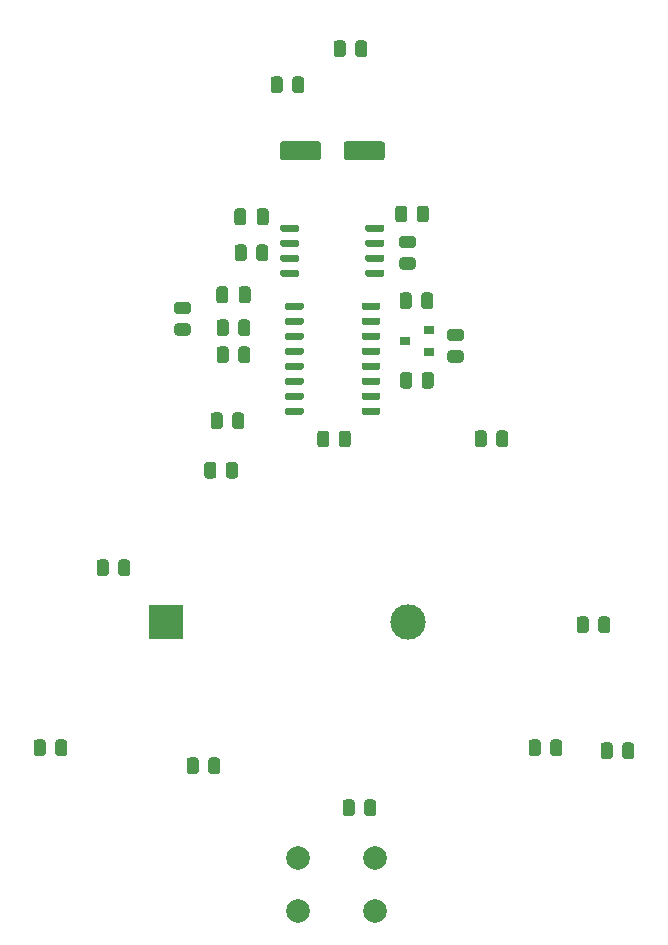
<source format=gbr>
%TF.GenerationSoftware,KiCad,Pcbnew,(5.1.10-1-10_14)*%
%TF.CreationDate,2021-11-29T00:45:18-05:00*%
%TF.ProjectId,christmas-ornament-pcb,63687269-7374-46d6-9173-2d6f726e616d,rev?*%
%TF.SameCoordinates,Original*%
%TF.FileFunction,Soldermask,Bot*%
%TF.FilePolarity,Negative*%
%FSLAX46Y46*%
G04 Gerber Fmt 4.6, Leading zero omitted, Abs format (unit mm)*
G04 Created by KiCad (PCBNEW (5.1.10-1-10_14)) date 2021-11-29 00:45:18*
%MOMM*%
%LPD*%
G01*
G04 APERTURE LIST*
%ADD10R,3.000000X3.000000*%
%ADD11C,3.000000*%
%ADD12C,2.000000*%
%ADD13R,0.900000X0.800000*%
G04 APERTURE END LIST*
%TO.C,U1*%
G36*
G01*
X152650000Y-79085000D02*
X152650000Y-78785000D01*
G75*
G02*
X152800000Y-78635000I150000J0D01*
G01*
X154100000Y-78635000D01*
G75*
G02*
X154250000Y-78785000I0J-150000D01*
G01*
X154250000Y-79085000D01*
G75*
G02*
X154100000Y-79235000I-150000J0D01*
G01*
X152800000Y-79235000D01*
G75*
G02*
X152650000Y-79085000I0J150000D01*
G01*
G37*
G36*
G01*
X152650000Y-77815000D02*
X152650000Y-77515000D01*
G75*
G02*
X152800000Y-77365000I150000J0D01*
G01*
X154100000Y-77365000D01*
G75*
G02*
X154250000Y-77515000I0J-150000D01*
G01*
X154250000Y-77815000D01*
G75*
G02*
X154100000Y-77965000I-150000J0D01*
G01*
X152800000Y-77965000D01*
G75*
G02*
X152650000Y-77815000I0J150000D01*
G01*
G37*
G36*
G01*
X152650000Y-76545000D02*
X152650000Y-76245000D01*
G75*
G02*
X152800000Y-76095000I150000J0D01*
G01*
X154100000Y-76095000D01*
G75*
G02*
X154250000Y-76245000I0J-150000D01*
G01*
X154250000Y-76545000D01*
G75*
G02*
X154100000Y-76695000I-150000J0D01*
G01*
X152800000Y-76695000D01*
G75*
G02*
X152650000Y-76545000I0J150000D01*
G01*
G37*
G36*
G01*
X152650000Y-75275000D02*
X152650000Y-74975000D01*
G75*
G02*
X152800000Y-74825000I150000J0D01*
G01*
X154100000Y-74825000D01*
G75*
G02*
X154250000Y-74975000I0J-150000D01*
G01*
X154250000Y-75275000D01*
G75*
G02*
X154100000Y-75425000I-150000J0D01*
G01*
X152800000Y-75425000D01*
G75*
G02*
X152650000Y-75275000I0J150000D01*
G01*
G37*
G36*
G01*
X145450000Y-75275000D02*
X145450000Y-74975000D01*
G75*
G02*
X145600000Y-74825000I150000J0D01*
G01*
X146900000Y-74825000D01*
G75*
G02*
X147050000Y-74975000I0J-150000D01*
G01*
X147050000Y-75275000D01*
G75*
G02*
X146900000Y-75425000I-150000J0D01*
G01*
X145600000Y-75425000D01*
G75*
G02*
X145450000Y-75275000I0J150000D01*
G01*
G37*
G36*
G01*
X145450000Y-76545000D02*
X145450000Y-76245000D01*
G75*
G02*
X145600000Y-76095000I150000J0D01*
G01*
X146900000Y-76095000D01*
G75*
G02*
X147050000Y-76245000I0J-150000D01*
G01*
X147050000Y-76545000D01*
G75*
G02*
X146900000Y-76695000I-150000J0D01*
G01*
X145600000Y-76695000D01*
G75*
G02*
X145450000Y-76545000I0J150000D01*
G01*
G37*
G36*
G01*
X145450000Y-77815000D02*
X145450000Y-77515000D01*
G75*
G02*
X145600000Y-77365000I150000J0D01*
G01*
X146900000Y-77365000D01*
G75*
G02*
X147050000Y-77515000I0J-150000D01*
G01*
X147050000Y-77815000D01*
G75*
G02*
X146900000Y-77965000I-150000J0D01*
G01*
X145600000Y-77965000D01*
G75*
G02*
X145450000Y-77815000I0J150000D01*
G01*
G37*
G36*
G01*
X145450000Y-79085000D02*
X145450000Y-78785000D01*
G75*
G02*
X145600000Y-78635000I150000J0D01*
G01*
X146900000Y-78635000D01*
G75*
G02*
X147050000Y-78785000I0J-150000D01*
G01*
X147050000Y-79085000D01*
G75*
G02*
X146900000Y-79235000I-150000J0D01*
G01*
X145600000Y-79235000D01*
G75*
G02*
X145450000Y-79085000I0J150000D01*
G01*
G37*
%TD*%
%TO.C,U2*%
G36*
G01*
X147420000Y-81585000D02*
X147420000Y-81885000D01*
G75*
G02*
X147270000Y-82035000I-150000J0D01*
G01*
X145970000Y-82035000D01*
G75*
G02*
X145820000Y-81885000I0J150000D01*
G01*
X145820000Y-81585000D01*
G75*
G02*
X145970000Y-81435000I150000J0D01*
G01*
X147270000Y-81435000D01*
G75*
G02*
X147420000Y-81585000I0J-150000D01*
G01*
G37*
G36*
G01*
X147420000Y-82855000D02*
X147420000Y-83155000D01*
G75*
G02*
X147270000Y-83305000I-150000J0D01*
G01*
X145970000Y-83305000D01*
G75*
G02*
X145820000Y-83155000I0J150000D01*
G01*
X145820000Y-82855000D01*
G75*
G02*
X145970000Y-82705000I150000J0D01*
G01*
X147270000Y-82705000D01*
G75*
G02*
X147420000Y-82855000I0J-150000D01*
G01*
G37*
G36*
G01*
X147420000Y-84125000D02*
X147420000Y-84425000D01*
G75*
G02*
X147270000Y-84575000I-150000J0D01*
G01*
X145970000Y-84575000D01*
G75*
G02*
X145820000Y-84425000I0J150000D01*
G01*
X145820000Y-84125000D01*
G75*
G02*
X145970000Y-83975000I150000J0D01*
G01*
X147270000Y-83975000D01*
G75*
G02*
X147420000Y-84125000I0J-150000D01*
G01*
G37*
G36*
G01*
X147420000Y-85395000D02*
X147420000Y-85695000D01*
G75*
G02*
X147270000Y-85845000I-150000J0D01*
G01*
X145970000Y-85845000D01*
G75*
G02*
X145820000Y-85695000I0J150000D01*
G01*
X145820000Y-85395000D01*
G75*
G02*
X145970000Y-85245000I150000J0D01*
G01*
X147270000Y-85245000D01*
G75*
G02*
X147420000Y-85395000I0J-150000D01*
G01*
G37*
G36*
G01*
X147420000Y-86665000D02*
X147420000Y-86965000D01*
G75*
G02*
X147270000Y-87115000I-150000J0D01*
G01*
X145970000Y-87115000D01*
G75*
G02*
X145820000Y-86965000I0J150000D01*
G01*
X145820000Y-86665000D01*
G75*
G02*
X145970000Y-86515000I150000J0D01*
G01*
X147270000Y-86515000D01*
G75*
G02*
X147420000Y-86665000I0J-150000D01*
G01*
G37*
G36*
G01*
X147420000Y-87935000D02*
X147420000Y-88235000D01*
G75*
G02*
X147270000Y-88385000I-150000J0D01*
G01*
X145970000Y-88385000D01*
G75*
G02*
X145820000Y-88235000I0J150000D01*
G01*
X145820000Y-87935000D01*
G75*
G02*
X145970000Y-87785000I150000J0D01*
G01*
X147270000Y-87785000D01*
G75*
G02*
X147420000Y-87935000I0J-150000D01*
G01*
G37*
G36*
G01*
X147420000Y-89205000D02*
X147420000Y-89505000D01*
G75*
G02*
X147270000Y-89655000I-150000J0D01*
G01*
X145970000Y-89655000D01*
G75*
G02*
X145820000Y-89505000I0J150000D01*
G01*
X145820000Y-89205000D01*
G75*
G02*
X145970000Y-89055000I150000J0D01*
G01*
X147270000Y-89055000D01*
G75*
G02*
X147420000Y-89205000I0J-150000D01*
G01*
G37*
G36*
G01*
X147420000Y-90475000D02*
X147420000Y-90775000D01*
G75*
G02*
X147270000Y-90925000I-150000J0D01*
G01*
X145970000Y-90925000D01*
G75*
G02*
X145820000Y-90775000I0J150000D01*
G01*
X145820000Y-90475000D01*
G75*
G02*
X145970000Y-90325000I150000J0D01*
G01*
X147270000Y-90325000D01*
G75*
G02*
X147420000Y-90475000I0J-150000D01*
G01*
G37*
G36*
G01*
X153920000Y-90475000D02*
X153920000Y-90775000D01*
G75*
G02*
X153770000Y-90925000I-150000J0D01*
G01*
X152470000Y-90925000D01*
G75*
G02*
X152320000Y-90775000I0J150000D01*
G01*
X152320000Y-90475000D01*
G75*
G02*
X152470000Y-90325000I150000J0D01*
G01*
X153770000Y-90325000D01*
G75*
G02*
X153920000Y-90475000I0J-150000D01*
G01*
G37*
G36*
G01*
X153920000Y-89205000D02*
X153920000Y-89505000D01*
G75*
G02*
X153770000Y-89655000I-150000J0D01*
G01*
X152470000Y-89655000D01*
G75*
G02*
X152320000Y-89505000I0J150000D01*
G01*
X152320000Y-89205000D01*
G75*
G02*
X152470000Y-89055000I150000J0D01*
G01*
X153770000Y-89055000D01*
G75*
G02*
X153920000Y-89205000I0J-150000D01*
G01*
G37*
G36*
G01*
X153920000Y-87935000D02*
X153920000Y-88235000D01*
G75*
G02*
X153770000Y-88385000I-150000J0D01*
G01*
X152470000Y-88385000D01*
G75*
G02*
X152320000Y-88235000I0J150000D01*
G01*
X152320000Y-87935000D01*
G75*
G02*
X152470000Y-87785000I150000J0D01*
G01*
X153770000Y-87785000D01*
G75*
G02*
X153920000Y-87935000I0J-150000D01*
G01*
G37*
G36*
G01*
X153920000Y-86665000D02*
X153920000Y-86965000D01*
G75*
G02*
X153770000Y-87115000I-150000J0D01*
G01*
X152470000Y-87115000D01*
G75*
G02*
X152320000Y-86965000I0J150000D01*
G01*
X152320000Y-86665000D01*
G75*
G02*
X152470000Y-86515000I150000J0D01*
G01*
X153770000Y-86515000D01*
G75*
G02*
X153920000Y-86665000I0J-150000D01*
G01*
G37*
G36*
G01*
X153920000Y-85395000D02*
X153920000Y-85695000D01*
G75*
G02*
X153770000Y-85845000I-150000J0D01*
G01*
X152470000Y-85845000D01*
G75*
G02*
X152320000Y-85695000I0J150000D01*
G01*
X152320000Y-85395000D01*
G75*
G02*
X152470000Y-85245000I150000J0D01*
G01*
X153770000Y-85245000D01*
G75*
G02*
X153920000Y-85395000I0J-150000D01*
G01*
G37*
G36*
G01*
X153920000Y-84125000D02*
X153920000Y-84425000D01*
G75*
G02*
X153770000Y-84575000I-150000J0D01*
G01*
X152470000Y-84575000D01*
G75*
G02*
X152320000Y-84425000I0J150000D01*
G01*
X152320000Y-84125000D01*
G75*
G02*
X152470000Y-83975000I150000J0D01*
G01*
X153770000Y-83975000D01*
G75*
G02*
X153920000Y-84125000I0J-150000D01*
G01*
G37*
G36*
G01*
X153920000Y-82855000D02*
X153920000Y-83155000D01*
G75*
G02*
X153770000Y-83305000I-150000J0D01*
G01*
X152470000Y-83305000D01*
G75*
G02*
X152320000Y-83155000I0J150000D01*
G01*
X152320000Y-82855000D01*
G75*
G02*
X152470000Y-82705000I150000J0D01*
G01*
X153770000Y-82705000D01*
G75*
G02*
X153920000Y-82855000I0J-150000D01*
G01*
G37*
G36*
G01*
X153920000Y-81585000D02*
X153920000Y-81885000D01*
G75*
G02*
X153770000Y-82035000I-150000J0D01*
G01*
X152470000Y-82035000D01*
G75*
G02*
X152320000Y-81885000I0J150000D01*
G01*
X152320000Y-81585000D01*
G75*
G02*
X152470000Y-81435000I150000J0D01*
G01*
X153770000Y-81435000D01*
G75*
G02*
X153920000Y-81585000I0J-150000D01*
G01*
G37*
%TD*%
D10*
%TO.C,BT1*%
X135790000Y-108500000D03*
D11*
X156280000Y-108500000D03*
%TD*%
%TO.C,R22*%
G36*
G01*
X140830000Y-96080001D02*
X140830000Y-95179999D01*
G75*
G02*
X141079999Y-94930000I249999J0D01*
G01*
X141605001Y-94930000D01*
G75*
G02*
X141855000Y-95179999I0J-249999D01*
G01*
X141855000Y-96080001D01*
G75*
G02*
X141605001Y-96330000I-249999J0D01*
G01*
X141079999Y-96330000D01*
G75*
G02*
X140830000Y-96080001I0J249999D01*
G01*
G37*
G36*
G01*
X139005000Y-96080001D02*
X139005000Y-95179999D01*
G75*
G02*
X139254999Y-94930000I249999J0D01*
G01*
X139780001Y-94930000D01*
G75*
G02*
X140030000Y-95179999I0J-249999D01*
G01*
X140030000Y-96080001D01*
G75*
G02*
X139780001Y-96330000I-249999J0D01*
G01*
X139254999Y-96330000D01*
G75*
G02*
X139005000Y-96080001I0J249999D01*
G01*
G37*
%TD*%
%TO.C,R21*%
G36*
G01*
X151784000Y-60394001D02*
X151784000Y-59493999D01*
G75*
G02*
X152033999Y-59244000I249999J0D01*
G01*
X152559001Y-59244000D01*
G75*
G02*
X152809000Y-59493999I0J-249999D01*
G01*
X152809000Y-60394001D01*
G75*
G02*
X152559001Y-60644000I-249999J0D01*
G01*
X152033999Y-60644000D01*
G75*
G02*
X151784000Y-60394001I0J249999D01*
G01*
G37*
G36*
G01*
X149959000Y-60394001D02*
X149959000Y-59493999D01*
G75*
G02*
X150208999Y-59244000I249999J0D01*
G01*
X150734001Y-59244000D01*
G75*
G02*
X150984000Y-59493999I0J-249999D01*
G01*
X150984000Y-60394001D01*
G75*
G02*
X150734001Y-60644000I-249999J0D01*
G01*
X150208999Y-60644000D01*
G75*
G02*
X149959000Y-60394001I0J249999D01*
G01*
G37*
%TD*%
%TO.C,R20*%
G36*
G01*
X168294000Y-119576001D02*
X168294000Y-118675999D01*
G75*
G02*
X168543999Y-118426000I249999J0D01*
G01*
X169069001Y-118426000D01*
G75*
G02*
X169319000Y-118675999I0J-249999D01*
G01*
X169319000Y-119576001D01*
G75*
G02*
X169069001Y-119826000I-249999J0D01*
G01*
X168543999Y-119826000D01*
G75*
G02*
X168294000Y-119576001I0J249999D01*
G01*
G37*
G36*
G01*
X166469000Y-119576001D02*
X166469000Y-118675999D01*
G75*
G02*
X166718999Y-118426000I249999J0D01*
G01*
X167244001Y-118426000D01*
G75*
G02*
X167494000Y-118675999I0J-249999D01*
G01*
X167494000Y-119576001D01*
G75*
G02*
X167244001Y-119826000I-249999J0D01*
G01*
X166718999Y-119826000D01*
G75*
G02*
X166469000Y-119576001I0J249999D01*
G01*
G37*
%TD*%
%TO.C,R19*%
G36*
G01*
X157410000Y-88470001D02*
X157410000Y-87569999D01*
G75*
G02*
X157659999Y-87320000I249999J0D01*
G01*
X158185001Y-87320000D01*
G75*
G02*
X158435000Y-87569999I0J-249999D01*
G01*
X158435000Y-88470001D01*
G75*
G02*
X158185001Y-88720000I-249999J0D01*
G01*
X157659999Y-88720000D01*
G75*
G02*
X157410000Y-88470001I0J249999D01*
G01*
G37*
G36*
G01*
X155585000Y-88470001D02*
X155585000Y-87569999D01*
G75*
G02*
X155834999Y-87320000I249999J0D01*
G01*
X156360001Y-87320000D01*
G75*
G02*
X156610000Y-87569999I0J-249999D01*
G01*
X156610000Y-88470001D01*
G75*
G02*
X156360001Y-88720000I-249999J0D01*
G01*
X155834999Y-88720000D01*
G75*
G02*
X155585000Y-88470001I0J249999D01*
G01*
G37*
%TD*%
%TO.C,R18*%
G36*
G01*
X126384000Y-119576001D02*
X126384000Y-118675999D01*
G75*
G02*
X126633999Y-118426000I249999J0D01*
G01*
X127159001Y-118426000D01*
G75*
G02*
X127409000Y-118675999I0J-249999D01*
G01*
X127409000Y-119576001D01*
G75*
G02*
X127159001Y-119826000I-249999J0D01*
G01*
X126633999Y-119826000D01*
G75*
G02*
X126384000Y-119576001I0J249999D01*
G01*
G37*
G36*
G01*
X124559000Y-119576001D02*
X124559000Y-118675999D01*
G75*
G02*
X124808999Y-118426000I249999J0D01*
G01*
X125334001Y-118426000D01*
G75*
G02*
X125584000Y-118675999I0J-249999D01*
G01*
X125584000Y-119576001D01*
G75*
G02*
X125334001Y-119826000I-249999J0D01*
G01*
X124808999Y-119826000D01*
G75*
G02*
X124559000Y-119576001I0J249999D01*
G01*
G37*
%TD*%
%TO.C,R17*%
G36*
G01*
X137610001Y-82404000D02*
X136709999Y-82404000D01*
G75*
G02*
X136460000Y-82154001I0J249999D01*
G01*
X136460000Y-81628999D01*
G75*
G02*
X136709999Y-81379000I249999J0D01*
G01*
X137610001Y-81379000D01*
G75*
G02*
X137860000Y-81628999I0J-249999D01*
G01*
X137860000Y-82154001D01*
G75*
G02*
X137610001Y-82404000I-249999J0D01*
G01*
G37*
G36*
G01*
X137610001Y-84229000D02*
X136709999Y-84229000D01*
G75*
G02*
X136460000Y-83979001I0J249999D01*
G01*
X136460000Y-83453999D01*
G75*
G02*
X136709999Y-83204000I249999J0D01*
G01*
X137610001Y-83204000D01*
G75*
G02*
X137860000Y-83453999I0J-249999D01*
G01*
X137860000Y-83979001D01*
G75*
G02*
X137610001Y-84229000I-249999J0D01*
G01*
G37*
%TD*%
%TO.C,R16*%
G36*
G01*
X174390000Y-119830001D02*
X174390000Y-118929999D01*
G75*
G02*
X174639999Y-118680000I249999J0D01*
G01*
X175165001Y-118680000D01*
G75*
G02*
X175415000Y-118929999I0J-249999D01*
G01*
X175415000Y-119830001D01*
G75*
G02*
X175165001Y-120080000I-249999J0D01*
G01*
X174639999Y-120080000D01*
G75*
G02*
X174390000Y-119830001I0J249999D01*
G01*
G37*
G36*
G01*
X172565000Y-119830001D02*
X172565000Y-118929999D01*
G75*
G02*
X172814999Y-118680000I249999J0D01*
G01*
X173340001Y-118680000D01*
G75*
G02*
X173590000Y-118929999I0J-249999D01*
G01*
X173590000Y-119830001D01*
G75*
G02*
X173340001Y-120080000I-249999J0D01*
G01*
X172814999Y-120080000D01*
G75*
G02*
X172565000Y-119830001I0J249999D01*
G01*
G37*
%TD*%
%TO.C,R15*%
G36*
G01*
X150400000Y-93430001D02*
X150400000Y-92529999D01*
G75*
G02*
X150649999Y-92280000I249999J0D01*
G01*
X151175001Y-92280000D01*
G75*
G02*
X151425000Y-92529999I0J-249999D01*
G01*
X151425000Y-93430001D01*
G75*
G02*
X151175001Y-93680000I-249999J0D01*
G01*
X150649999Y-93680000D01*
G75*
G02*
X150400000Y-93430001I0J249999D01*
G01*
G37*
G36*
G01*
X148575000Y-93430001D02*
X148575000Y-92529999D01*
G75*
G02*
X148824999Y-92280000I249999J0D01*
G01*
X149350001Y-92280000D01*
G75*
G02*
X149600000Y-92529999I0J-249999D01*
G01*
X149600000Y-93430001D01*
G75*
G02*
X149350001Y-93680000I-249999J0D01*
G01*
X148824999Y-93680000D01*
G75*
G02*
X148575000Y-93430001I0J249999D01*
G01*
G37*
%TD*%
%TO.C,R14*%
G36*
G01*
X172358000Y-109162001D02*
X172358000Y-108261999D01*
G75*
G02*
X172607999Y-108012000I249999J0D01*
G01*
X173133001Y-108012000D01*
G75*
G02*
X173383000Y-108261999I0J-249999D01*
G01*
X173383000Y-109162001D01*
G75*
G02*
X173133001Y-109412000I-249999J0D01*
G01*
X172607999Y-109412000D01*
G75*
G02*
X172358000Y-109162001I0J249999D01*
G01*
G37*
G36*
G01*
X170533000Y-109162001D02*
X170533000Y-108261999D01*
G75*
G02*
X170782999Y-108012000I249999J0D01*
G01*
X171308001Y-108012000D01*
G75*
G02*
X171558000Y-108261999I0J-249999D01*
G01*
X171558000Y-109162001D01*
G75*
G02*
X171308001Y-109412000I-249999J0D01*
G01*
X170782999Y-109412000D01*
G75*
G02*
X170533000Y-109162001I0J249999D01*
G01*
G37*
%TD*%
%TO.C,R13*%
G36*
G01*
X141370000Y-91890001D02*
X141370000Y-90989999D01*
G75*
G02*
X141619999Y-90740000I249999J0D01*
G01*
X142145001Y-90740000D01*
G75*
G02*
X142395000Y-90989999I0J-249999D01*
G01*
X142395000Y-91890001D01*
G75*
G02*
X142145001Y-92140000I-249999J0D01*
G01*
X141619999Y-92140000D01*
G75*
G02*
X141370000Y-91890001I0J249999D01*
G01*
G37*
G36*
G01*
X139545000Y-91890001D02*
X139545000Y-90989999D01*
G75*
G02*
X139794999Y-90740000I249999J0D01*
G01*
X140320001Y-90740000D01*
G75*
G02*
X140570000Y-90989999I0J-249999D01*
G01*
X140570000Y-91890001D01*
G75*
G02*
X140320001Y-92140000I-249999J0D01*
G01*
X139794999Y-92140000D01*
G75*
G02*
X139545000Y-91890001I0J249999D01*
G01*
G37*
%TD*%
%TO.C,R12*%
G36*
G01*
X139338000Y-121100001D02*
X139338000Y-120199999D01*
G75*
G02*
X139587999Y-119950000I249999J0D01*
G01*
X140113001Y-119950000D01*
G75*
G02*
X140363000Y-120199999I0J-249999D01*
G01*
X140363000Y-121100001D01*
G75*
G02*
X140113001Y-121350000I-249999J0D01*
G01*
X139587999Y-121350000D01*
G75*
G02*
X139338000Y-121100001I0J249999D01*
G01*
G37*
G36*
G01*
X137513000Y-121100001D02*
X137513000Y-120199999D01*
G75*
G02*
X137762999Y-119950000I249999J0D01*
G01*
X138288001Y-119950000D01*
G75*
G02*
X138538000Y-120199999I0J-249999D01*
G01*
X138538000Y-121100001D01*
G75*
G02*
X138288001Y-121350000I-249999J0D01*
G01*
X137762999Y-121350000D01*
G75*
G02*
X137513000Y-121100001I0J249999D01*
G01*
G37*
%TD*%
%TO.C,R11*%
G36*
G01*
X157000000Y-74380001D02*
X157000000Y-73479999D01*
G75*
G02*
X157249999Y-73230000I249999J0D01*
G01*
X157775001Y-73230000D01*
G75*
G02*
X158025000Y-73479999I0J-249999D01*
G01*
X158025000Y-74380001D01*
G75*
G02*
X157775001Y-74630000I-249999J0D01*
G01*
X157249999Y-74630000D01*
G75*
G02*
X157000000Y-74380001I0J249999D01*
G01*
G37*
G36*
G01*
X155175000Y-74380001D02*
X155175000Y-73479999D01*
G75*
G02*
X155424999Y-73230000I249999J0D01*
G01*
X155950001Y-73230000D01*
G75*
G02*
X156200000Y-73479999I0J-249999D01*
G01*
X156200000Y-74380001D01*
G75*
G02*
X155950001Y-74630000I-249999J0D01*
G01*
X155424999Y-74630000D01*
G75*
G02*
X155175000Y-74380001I0J249999D01*
G01*
G37*
%TD*%
%TO.C,R10*%
G36*
G01*
X152546000Y-124656001D02*
X152546000Y-123755999D01*
G75*
G02*
X152795999Y-123506000I249999J0D01*
G01*
X153321001Y-123506000D01*
G75*
G02*
X153571000Y-123755999I0J-249999D01*
G01*
X153571000Y-124656001D01*
G75*
G02*
X153321001Y-124906000I-249999J0D01*
G01*
X152795999Y-124906000D01*
G75*
G02*
X152546000Y-124656001I0J249999D01*
G01*
G37*
G36*
G01*
X150721000Y-124656001D02*
X150721000Y-123755999D01*
G75*
G02*
X150970999Y-123506000I249999J0D01*
G01*
X151496001Y-123506000D01*
G75*
G02*
X151746000Y-123755999I0J-249999D01*
G01*
X151746000Y-124656001D01*
G75*
G02*
X151496001Y-124906000I-249999J0D01*
G01*
X150970999Y-124906000D01*
G75*
G02*
X150721000Y-124656001I0J249999D01*
G01*
G37*
%TD*%
%TO.C,R9*%
G36*
G01*
X146450000Y-63442001D02*
X146450000Y-62541999D01*
G75*
G02*
X146699999Y-62292000I249999J0D01*
G01*
X147225001Y-62292000D01*
G75*
G02*
X147475000Y-62541999I0J-249999D01*
G01*
X147475000Y-63442001D01*
G75*
G02*
X147225001Y-63692000I-249999J0D01*
G01*
X146699999Y-63692000D01*
G75*
G02*
X146450000Y-63442001I0J249999D01*
G01*
G37*
G36*
G01*
X144625000Y-63442001D02*
X144625000Y-62541999D01*
G75*
G02*
X144874999Y-62292000I249999J0D01*
G01*
X145400001Y-62292000D01*
G75*
G02*
X145650000Y-62541999I0J-249999D01*
G01*
X145650000Y-63442001D01*
G75*
G02*
X145400001Y-63692000I-249999J0D01*
G01*
X144874999Y-63692000D01*
G75*
G02*
X144625000Y-63442001I0J249999D01*
G01*
G37*
%TD*%
%TO.C,R8*%
G36*
G01*
X131718000Y-104336001D02*
X131718000Y-103435999D01*
G75*
G02*
X131967999Y-103186000I249999J0D01*
G01*
X132493001Y-103186000D01*
G75*
G02*
X132743000Y-103435999I0J-249999D01*
G01*
X132743000Y-104336001D01*
G75*
G02*
X132493001Y-104586000I-249999J0D01*
G01*
X131967999Y-104586000D01*
G75*
G02*
X131718000Y-104336001I0J249999D01*
G01*
G37*
G36*
G01*
X129893000Y-104336001D02*
X129893000Y-103435999D01*
G75*
G02*
X130142999Y-103186000I249999J0D01*
G01*
X130668001Y-103186000D01*
G75*
G02*
X130918000Y-103435999I0J-249999D01*
G01*
X130918000Y-104336001D01*
G75*
G02*
X130668001Y-104586000I-249999J0D01*
G01*
X130142999Y-104586000D01*
G75*
G02*
X129893000Y-104336001I0J249999D01*
G01*
G37*
%TD*%
%TO.C,R7*%
G36*
G01*
X163722000Y-93414001D02*
X163722000Y-92513999D01*
G75*
G02*
X163971999Y-92264000I249999J0D01*
G01*
X164497001Y-92264000D01*
G75*
G02*
X164747000Y-92513999I0J-249999D01*
G01*
X164747000Y-93414001D01*
G75*
G02*
X164497001Y-93664000I-249999J0D01*
G01*
X163971999Y-93664000D01*
G75*
G02*
X163722000Y-93414001I0J249999D01*
G01*
G37*
G36*
G01*
X161897000Y-93414001D02*
X161897000Y-92513999D01*
G75*
G02*
X162146999Y-92264000I249999J0D01*
G01*
X162672001Y-92264000D01*
G75*
G02*
X162922000Y-92513999I0J-249999D01*
G01*
X162922000Y-93414001D01*
G75*
G02*
X162672001Y-93664000I-249999J0D01*
G01*
X162146999Y-93664000D01*
G75*
G02*
X161897000Y-93414001I0J249999D01*
G01*
G37*
%TD*%
D12*
%TO.C,SW1*%
X153430000Y-132920000D03*
X153430000Y-128420000D03*
X146930000Y-132920000D03*
X146930000Y-128420000D03*
%TD*%
%TO.C,R6*%
G36*
G01*
X141078000Y-83115999D02*
X141078000Y-84016001D01*
G75*
G02*
X140828001Y-84266000I-249999J0D01*
G01*
X140302999Y-84266000D01*
G75*
G02*
X140053000Y-84016001I0J249999D01*
G01*
X140053000Y-83115999D01*
G75*
G02*
X140302999Y-82866000I249999J0D01*
G01*
X140828001Y-82866000D01*
G75*
G02*
X141078000Y-83115999I0J-249999D01*
G01*
G37*
G36*
G01*
X142903000Y-83115999D02*
X142903000Y-84016001D01*
G75*
G02*
X142653001Y-84266000I-249999J0D01*
G01*
X142127999Y-84266000D01*
G75*
G02*
X141878000Y-84016001I0J249999D01*
G01*
X141878000Y-83115999D01*
G75*
G02*
X142127999Y-82866000I249999J0D01*
G01*
X142653001Y-82866000D01*
G75*
G02*
X142903000Y-83115999I0J-249999D01*
G01*
G37*
%TD*%
%TO.C,R5*%
G36*
G01*
X141078000Y-85401999D02*
X141078000Y-86302001D01*
G75*
G02*
X140828001Y-86552000I-249999J0D01*
G01*
X140302999Y-86552000D01*
G75*
G02*
X140053000Y-86302001I0J249999D01*
G01*
X140053000Y-85401999D01*
G75*
G02*
X140302999Y-85152000I249999J0D01*
G01*
X140828001Y-85152000D01*
G75*
G02*
X141078000Y-85401999I0J-249999D01*
G01*
G37*
G36*
G01*
X142903000Y-85401999D02*
X142903000Y-86302001D01*
G75*
G02*
X142653001Y-86552000I-249999J0D01*
G01*
X142127999Y-86552000D01*
G75*
G02*
X141878000Y-86302001I0J249999D01*
G01*
X141878000Y-85401999D01*
G75*
G02*
X142127999Y-85152000I249999J0D01*
G01*
X142653001Y-85152000D01*
G75*
G02*
X142903000Y-85401999I0J-249999D01*
G01*
G37*
%TD*%
%TO.C,R4*%
G36*
G01*
X143402000Y-77666001D02*
X143402000Y-76765999D01*
G75*
G02*
X143651999Y-76516000I249999J0D01*
G01*
X144177001Y-76516000D01*
G75*
G02*
X144427000Y-76765999I0J-249999D01*
G01*
X144427000Y-77666001D01*
G75*
G02*
X144177001Y-77916000I-249999J0D01*
G01*
X143651999Y-77916000D01*
G75*
G02*
X143402000Y-77666001I0J249999D01*
G01*
G37*
G36*
G01*
X141577000Y-77666001D02*
X141577000Y-76765999D01*
G75*
G02*
X141826999Y-76516000I249999J0D01*
G01*
X142352001Y-76516000D01*
G75*
G02*
X142602000Y-76765999I0J-249999D01*
G01*
X142602000Y-77666001D01*
G75*
G02*
X142352001Y-77916000I-249999J0D01*
G01*
X141826999Y-77916000D01*
G75*
G02*
X141577000Y-77666001I0J249999D01*
G01*
G37*
%TD*%
%TO.C,R3*%
G36*
G01*
X156660001Y-76816000D02*
X155759999Y-76816000D01*
G75*
G02*
X155510000Y-76566001I0J249999D01*
G01*
X155510000Y-76040999D01*
G75*
G02*
X155759999Y-75791000I249999J0D01*
G01*
X156660001Y-75791000D01*
G75*
G02*
X156910000Y-76040999I0J-249999D01*
G01*
X156910000Y-76566001D01*
G75*
G02*
X156660001Y-76816000I-249999J0D01*
G01*
G37*
G36*
G01*
X156660001Y-78641000D02*
X155759999Y-78641000D01*
G75*
G02*
X155510000Y-78391001I0J249999D01*
G01*
X155510000Y-77865999D01*
G75*
G02*
X155759999Y-77616000I249999J0D01*
G01*
X156660001Y-77616000D01*
G75*
G02*
X156910000Y-77865999I0J-249999D01*
G01*
X156910000Y-78391001D01*
G75*
G02*
X156660001Y-78641000I-249999J0D01*
G01*
G37*
%TD*%
%TO.C,R2*%
G36*
G01*
X157372000Y-81730001D02*
X157372000Y-80829999D01*
G75*
G02*
X157621999Y-80580000I249999J0D01*
G01*
X158147001Y-80580000D01*
G75*
G02*
X158397000Y-80829999I0J-249999D01*
G01*
X158397000Y-81730001D01*
G75*
G02*
X158147001Y-81980000I-249999J0D01*
G01*
X157621999Y-81980000D01*
G75*
G02*
X157372000Y-81730001I0J249999D01*
G01*
G37*
G36*
G01*
X155547000Y-81730001D02*
X155547000Y-80829999D01*
G75*
G02*
X155796999Y-80580000I249999J0D01*
G01*
X156322001Y-80580000D01*
G75*
G02*
X156572000Y-80829999I0J-249999D01*
G01*
X156572000Y-81730001D01*
G75*
G02*
X156322001Y-81980000I-249999J0D01*
G01*
X155796999Y-81980000D01*
G75*
G02*
X155547000Y-81730001I0J249999D01*
G01*
G37*
%TD*%
%TO.C,R1*%
G36*
G01*
X159823999Y-85490000D02*
X160724001Y-85490000D01*
G75*
G02*
X160974000Y-85739999I0J-249999D01*
G01*
X160974000Y-86265001D01*
G75*
G02*
X160724001Y-86515000I-249999J0D01*
G01*
X159823999Y-86515000D01*
G75*
G02*
X159574000Y-86265001I0J249999D01*
G01*
X159574000Y-85739999D01*
G75*
G02*
X159823999Y-85490000I249999J0D01*
G01*
G37*
G36*
G01*
X159823999Y-83665000D02*
X160724001Y-83665000D01*
G75*
G02*
X160974000Y-83914999I0J-249999D01*
G01*
X160974000Y-84440001D01*
G75*
G02*
X160724001Y-84690000I-249999J0D01*
G01*
X159823999Y-84690000D01*
G75*
G02*
X159574000Y-84440001I0J249999D01*
G01*
X159574000Y-83914999D01*
G75*
G02*
X159823999Y-83665000I249999J0D01*
G01*
G37*
%TD*%
D13*
%TO.C,Q1*%
X156020000Y-84680000D03*
X158020000Y-85630000D03*
X158020000Y-83730000D03*
%TD*%
%TO.C,C3*%
G36*
G01*
X141928000Y-81247000D02*
X141928000Y-80297000D01*
G75*
G02*
X142178000Y-80047000I250000J0D01*
G01*
X142678000Y-80047000D01*
G75*
G02*
X142928000Y-80297000I0J-250000D01*
G01*
X142928000Y-81247000D01*
G75*
G02*
X142678000Y-81497000I-250000J0D01*
G01*
X142178000Y-81497000D01*
G75*
G02*
X141928000Y-81247000I0J250000D01*
G01*
G37*
G36*
G01*
X140028000Y-81247000D02*
X140028000Y-80297000D01*
G75*
G02*
X140278000Y-80047000I250000J0D01*
G01*
X140778000Y-80047000D01*
G75*
G02*
X141028000Y-80297000I0J-250000D01*
G01*
X141028000Y-81247000D01*
G75*
G02*
X140778000Y-81497000I-250000J0D01*
G01*
X140278000Y-81497000D01*
G75*
G02*
X140028000Y-81247000I0J250000D01*
G01*
G37*
%TD*%
%TO.C,C2*%
G36*
G01*
X150810000Y-69130000D02*
X150810000Y-68030000D01*
G75*
G02*
X151060000Y-67780000I250000J0D01*
G01*
X154060000Y-67780000D01*
G75*
G02*
X154310000Y-68030000I0J-250000D01*
G01*
X154310000Y-69130000D01*
G75*
G02*
X154060000Y-69380000I-250000J0D01*
G01*
X151060000Y-69380000D01*
G75*
G02*
X150810000Y-69130000I0J250000D01*
G01*
G37*
G36*
G01*
X145410000Y-69130000D02*
X145410000Y-68030000D01*
G75*
G02*
X145660000Y-67780000I250000J0D01*
G01*
X148660000Y-67780000D01*
G75*
G02*
X148910000Y-68030000I0J-250000D01*
G01*
X148910000Y-69130000D01*
G75*
G02*
X148660000Y-69380000I-250000J0D01*
G01*
X145660000Y-69380000D01*
G75*
G02*
X145410000Y-69130000I0J250000D01*
G01*
G37*
%TD*%
%TO.C,C1*%
G36*
G01*
X142552000Y-73693000D02*
X142552000Y-74643000D01*
G75*
G02*
X142302000Y-74893000I-250000J0D01*
G01*
X141802000Y-74893000D01*
G75*
G02*
X141552000Y-74643000I0J250000D01*
G01*
X141552000Y-73693000D01*
G75*
G02*
X141802000Y-73443000I250000J0D01*
G01*
X142302000Y-73443000D01*
G75*
G02*
X142552000Y-73693000I0J-250000D01*
G01*
G37*
G36*
G01*
X144452000Y-73693000D02*
X144452000Y-74643000D01*
G75*
G02*
X144202000Y-74893000I-250000J0D01*
G01*
X143702000Y-74893000D01*
G75*
G02*
X143452000Y-74643000I0J250000D01*
G01*
X143452000Y-73693000D01*
G75*
G02*
X143702000Y-73443000I250000J0D01*
G01*
X144202000Y-73443000D01*
G75*
G02*
X144452000Y-73693000I0J-250000D01*
G01*
G37*
%TD*%
M02*

</source>
